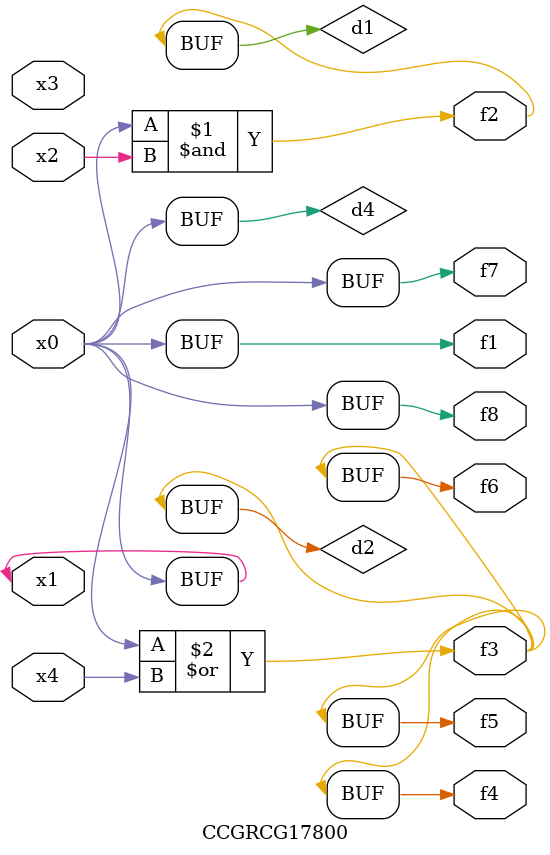
<source format=v>
module CCGRCG17800(
	input x0, x1, x2, x3, x4,
	output f1, f2, f3, f4, f5, f6, f7, f8
);

	wire d1, d2, d3, d4;

	and (d1, x0, x2);
	or (d2, x0, x4);
	nand (d3, x0, x2);
	buf (d4, x0, x1);
	assign f1 = d4;
	assign f2 = d1;
	assign f3 = d2;
	assign f4 = d2;
	assign f5 = d2;
	assign f6 = d2;
	assign f7 = d4;
	assign f8 = d4;
endmodule

</source>
